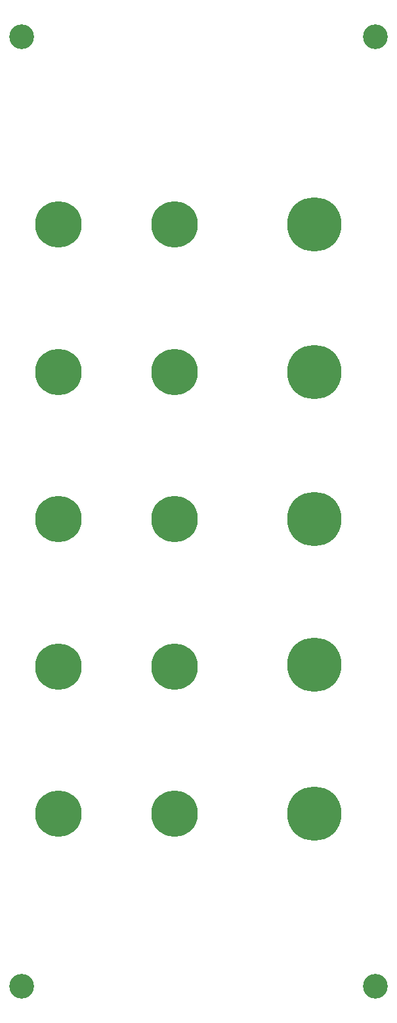
<source format=gts>
G04 #@! TF.GenerationSoftware,KiCad,Pcbnew,(6.0.4)*
G04 #@! TF.CreationDate,2023-11-12T13:57:48+01:00*
G04 #@! TF.ProjectId,FrontPanel_Mixer,46726f6e-7450-4616-9e65-6c5f4d697865,rev?*
G04 #@! TF.SameCoordinates,Original*
G04 #@! TF.FileFunction,Soldermask,Top*
G04 #@! TF.FilePolarity,Negative*
%FSLAX46Y46*%
G04 Gerber Fmt 4.6, Leading zero omitted, Abs format (unit mm)*
G04 Created by KiCad (PCBNEW (6.0.4)) date 2023-11-12 13:57:48*
%MOMM*%
%LPD*%
G01*
G04 APERTURE LIST*
%ADD10C,3.200000*%
%ADD11C,6.000000*%
%ADD12C,7.000000*%
G04 APERTURE END LIST*
D10*
X113100000Y-159500000D03*
D11*
X87242565Y-61242565D03*
X87242565Y-137242565D03*
X87242565Y-118242565D03*
D10*
X67500000Y-37000000D03*
D11*
X72242565Y-80242565D03*
X72242565Y-137242565D03*
D12*
X105242565Y-99242565D03*
X105242565Y-80242565D03*
D11*
X72242565Y-118242565D03*
D12*
X105270827Y-118000000D03*
D10*
X67500000Y-159500000D03*
X113100000Y-37000000D03*
D11*
X72242565Y-99242565D03*
X87242565Y-80242565D03*
D12*
X105242565Y-61242565D03*
D11*
X72242565Y-61242565D03*
X87242565Y-99242565D03*
D12*
X105242565Y-137242565D03*
M02*

</source>
